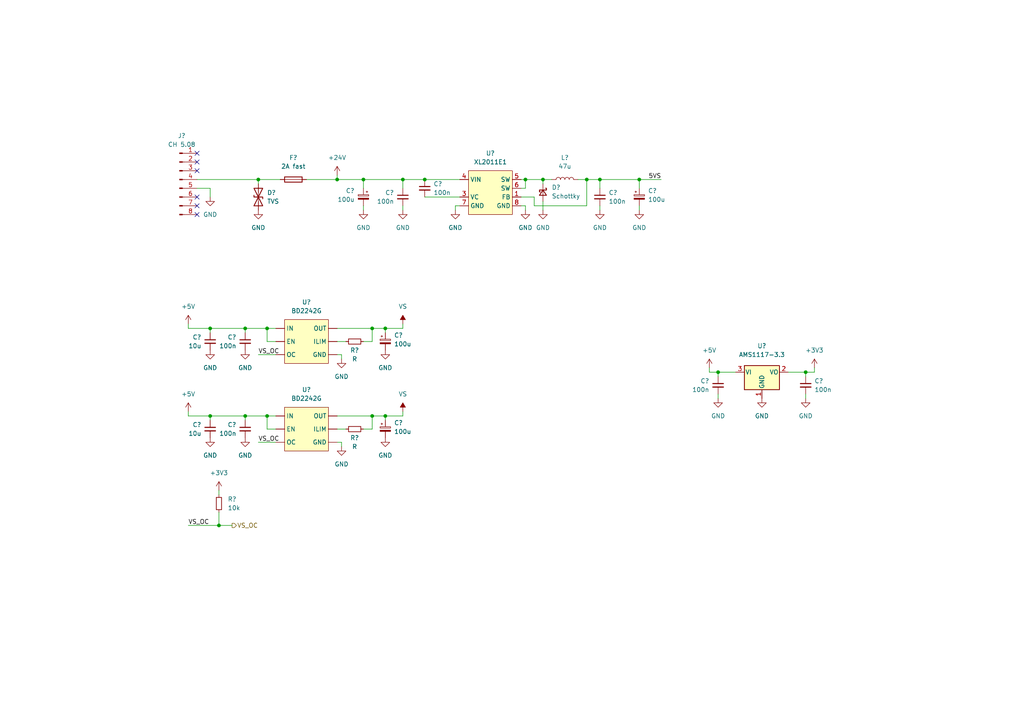
<source format=kicad_sch>
(kicad_sch (version 20211123) (generator eeschema)
  (paper "A4")
  (lib_symbols
    (symbol "Connector:Conn_01x08_Male" (pin_names (offset 1.016) hide)
      (property "Reference" "J" (at 0 10.16 0))
      (property "Value" "Conn_01x08_Male" (at 0 -12.7 0))
      (symbol "Conn_01x08_Male_1_1"
        (polyline (pts (xy 1.27 -10.16) (xy 0.8636 -10.16)) (stroke (width 0.1524)))
        (polyline (pts (xy 1.27 -7.62) (xy 0.8636 -7.62)) (stroke (width 0.1524)))
        (polyline (pts (xy 1.27 -5.08) (xy 0.8636 -5.08)) (stroke (width 0.1524)))
        (polyline (pts (xy 1.27 -2.54) (xy 0.8636 -2.54)) (stroke (width 0.1524)))
        (polyline (pts (xy 1.27 0) (xy 0.8636 0)) (stroke (width 0.1524)))
        (polyline (pts (xy 1.27 2.54) (xy 0.8636 2.54)) (stroke (width 0.1524)))
        (polyline (pts (xy 1.27 5.08) (xy 0.8636 5.08)) (stroke (width 0.1524)))
        (polyline (pts (xy 1.27 7.62) (xy 0.8636 7.62)) (stroke (width 0.1524)))
        (rectangle (start 0.8636 -10.033) (end 0 -10.287) (stroke (width 0.1524)) (fill (type outline)))
        (rectangle (start 0.8636 -7.493) (end 0 -7.747) (stroke (width 0.1524)) (fill (type outline)))
        (rectangle (start 0.8636 -4.953) (end 0 -5.207) (stroke (width 0.1524)) (fill (type outline)))
        (rectangle (start 0.8636 -2.413) (end 0 -2.667) (stroke (width 0.1524)) (fill (type outline)))
        (rectangle (start 0.8636 0.127) (end 0 -0.127) (stroke (width 0.1524)) (fill (type outline)))
        (rectangle (start 0.8636 2.667) (end 0 2.413) (stroke (width 0.1524)) (fill (type outline)))
        (rectangle (start 0.8636 5.207) (end 0 4.953) (stroke (width 0.1524)) (fill (type outline)))
        (rectangle (start 0.8636 7.747) (end 0 7.493) (stroke (width 0.1524)) (fill (type outline)))
        (pin passive line (at 5.08 7.62 180) (length 3.81) (name "Pin_1") (number "1"))
        (pin passive line (at 5.08 5.08 180) (length 3.81) (name "Pin_2") (number "2"))
        (pin passive line (at 5.08 2.54 180) (length 3.81) (name "Pin_3") (number "3"))
        (pin passive line (at 5.08 0 180) (length 3.81) (name "Pin_4") (number "4"))
        (pin passive line (at 5.08 -2.54 180) (length 3.81) (name "Pin_5") (number "5"))
        (pin passive line (at 5.08 -5.08 180) (length 3.81) (name "Pin_6") (number "6"))
        (pin passive line (at 5.08 -7.62 180) (length 3.81) (name "Pin_7") (number "7"))
        (pin passive line (at 5.08 -10.16 180) (length 3.81) (name "Pin_8") (number "8"))
      )
    )
    (symbol "Device:C_Polarized_Small" (pin_numbers hide) (pin_names (offset 0.254) hide)
      (property "Reference" "C" (at 0.254 1.778 0))
      (property "Value" "C_Polarized_Small" (at 0.254 -2.032 0))
      (symbol "C_Polarized_Small_0_1"
        (rectangle (start -1.524 -0.3048) (end 1.524 -0.6858) (fill (type outline)))
        (rectangle (start -1.524 0.6858) (end 1.524 0.3048))
        (polyline (pts (xy -1.27 1.524) (xy -0.762 1.524)))
        (polyline (pts (xy -1.016 1.27) (xy -1.016 1.778)))
      )
      (symbol "C_Polarized_Small_1_1"
        (pin passive line (at 0 2.54 270) (length 1.8542) (name "~") (number "1"))
        (pin passive line (at 0 -2.54 90) (length 1.8542) (name "~") (number "2"))
      )
    )
    (symbol "Device:C_Small" (pin_numbers hide) (pin_names (offset 0.254) hide)
      (property "Reference" "C" (at 0.254 1.778 0))
      (property "Value" "C_Small" (at 0.254 -2.032 0))
      (symbol "C_Small_0_1"
        (polyline (pts (xy -1.524 -0.508) (xy 1.524 -0.508)) (stroke (width 0.3302)))
        (polyline (pts (xy -1.524 0.508) (xy 1.524 0.508)) (stroke (width 0.3048)))
      )
      (symbol "C_Small_1_1"
        (pin passive line (at 0 2.54 270) (length 2.032) (name "~") (number "1"))
        (pin passive line (at 0 -2.54 90) (length 2.032) (name "~") (number "2"))
      )
    )
    (symbol "Device:D_Schottky_Small" (pin_numbers hide) (pin_names (offset 0.254) hide)
      (property "Reference" "D" (at -1.27 2.032 0))
      (property "Value" "D_Schottky_Small" (at -7.112 -2.032 0))
      (symbol "D_Schottky_Small_0_1"
        (polyline (pts (xy -0.762 0) (xy 0.762 0)))
        (polyline (pts (xy 0.762 -1.016) (xy -0.762 0) (xy 0.762 1.016) (xy 0.762 -1.016)) (stroke (width 0.254)))
        (polyline (pts (xy -1.27 0.762) (xy -1.27 1.016) (xy -0.762 1.016) (xy -0.762 -1.016) (xy -0.254 -1.016) (xy -0.254 -0.762)) (stroke (width 0.254)))
      )
      (symbol "D_Schottky_Small_1_1"
        (pin passive line (at -2.54 0 0) (length 1.778) (name "K") (number "1"))
        (pin passive line (at 2.54 0 180) (length 1.778) (name "A") (number "2"))
      )
    )
    (symbol "Device:D_TVS" (pin_numbers hide) (pin_names (offset 1.016) hide)
      (property "Reference" "D" (at 0 2.54 0))
      (property "Value" "D_TVS" (at 0 -2.54 0))
      (symbol "D_TVS_0_1"
        (polyline (pts (xy 1.27 0) (xy -1.27 0)))
        (polyline (pts (xy 0.508 1.27) (xy 0 1.27) (xy 0 -1.27) (xy -0.508 -1.27)) (stroke (width 0.254)))
        (polyline (pts (xy -2.54 1.27) (xy -2.54 -1.27) (xy 2.54 1.27) (xy 2.54 -1.27) (xy -2.54 1.27)) (stroke (width 0.254)))
      )
      (symbol "D_TVS_1_1"
        (pin passive line (at -3.81 0 0) (length 2.54) (name "A1") (number "1"))
        (pin passive line (at 3.81 0 180) (length 2.54) (name "A2") (number "2"))
      )
    )
    (symbol "Device:Fuse" (pin_numbers hide) (pin_names (offset 0))
      (property "Reference" "F" (at 2.032 0 90))
      (property "Value" "Fuse" (at -1.905 0 90))
      (symbol "Fuse_0_1"
        (rectangle (start -0.762 -2.54) (end 0.762 2.54) (stroke (width 0.254)))
        (polyline (pts (xy 0 2.54) (xy 0 -2.54)))
      )
      (symbol "Fuse_1_1"
        (pin passive line (at 0 3.81 270) (length 1.27) (name "~") (number "1"))
        (pin passive line (at 0 -3.81 90) (length 1.27) (name "~") (number "2"))
      )
    )
    (symbol "Device:L" (pin_numbers hide) (pin_names (offset 1.016) hide)
      (property "Reference" "L" (at -1.27 0 90))
      (property "Value" "L" (at 1.905 0 90))
      (symbol "L_0_1"
        (arc (start 0 -2.54) (mid 0.635 -1.905) (end 0 -1.27))
        (arc (start 0 -1.27) (mid 0.635 -0.635) (end 0 0))
        (arc (start 0 0) (mid 0.635 0.635) (end 0 1.27))
        (arc (start 0 1.27) (mid 0.635 1.905) (end 0 2.54))
      )
      (symbol "L_1_1"
        (pin passive line (at 0 3.81 270) (length 1.27) (name "1") (number "1"))
        (pin passive line (at 0 -3.81 90) (length 1.27) (name "2") (number "2"))
      )
    )
    (symbol "Device:R_Small" (pin_numbers hide) (pin_names (offset 0.254) hide)
      (property "Reference" "R" (at 0.762 0.508 0))
      (property "Value" "R_Small" (at 0.762 -1.016 0))
      (symbol "R_Small_0_1"
        (rectangle (start -0.762 1.778) (end 0.762 -1.778) (stroke (width 0.2032)))
      )
      (symbol "R_Small_1_1"
        (pin passive line (at 0 2.54 270) (length 0.762) (name "~") (number "1"))
        (pin passive line (at 0 -2.54 90) (length 0.762) (name "~") (number "2"))
      )
    )
    (symbol "Regulator_Linear:AMS1117-3.3" (pin_names (offset 0.254))
      (property "Reference" "U" (at -3.81 3.175 0))
      (property "Value" "AMS1117-3.3" (at 0 3.175 0))
      (symbol "AMS1117-3.3_0_1"
        (rectangle (start -5.08 -5.08) (end 5.08 1.905) (stroke (width 0.254)) (fill (type background)))
      )
      (symbol "AMS1117-3.3_1_1"
        (pin power_in line (at 0 -7.62 90) (length 2.54) (name "GND") (number "1"))
        (pin power_out line (at 7.62 0 180) (length 2.54) (name "VO") (number "2"))
        (pin power_in line (at -7.62 0 0) (length 2.54) (name "VI") (number "3"))
      )
    )
    (symbol "lib:BD2242G"
      (property "Reference" "U" (at -5.08 6.35 0))
      (property "Value" "BD2242G" (at -5.08 -8.89 0))
      (symbol "BD2242G_0_1"
        (rectangle (start -5.08 5.08) (end 7.62 -7.62) (fill (type background)))
      )
      (symbol "BD2242G_1_1"
        (pin input line (at -7.62 -1.27 0) (length 2.54) (name "EN") (number ""))
        (pin input line (at 10.16 -5.08 180) (length 2.54) (name "GND") (number ""))
        (pin input line (at 10.16 -1.27 180) (length 2.54) (name "ILIM") (number ""))
        (pin input line (at -7.62 2.54 0) (length 2.54) (name "IN") (number ""))
        (pin input line (at -7.62 -5.08 0) (length 2.54) (name "OC") (number ""))
        (pin input line (at 10.16 2.54 180) (length 2.54) (name "OUT") (number ""))
      )
    )
    (symbol "lib:XL2011E1"
      (property "Reference" "U" (at -6.35 6.35 0))
      (property "Value" "XL2011E1" (at -1.27 -8.89 0))
      (symbol "XL2011E1_0_1"
        (rectangle (start -6.35 5.08) (end 6.35 -7.62) (fill (type background)))
      )
      (symbol "XL2011E1_1_1"
        (pin input line (at 8.89 -2.54 180) (length 2.54) (name "FB") (number "1"))
        (pin input line (at -8.89 -2.54 0) (length 2.54) (name "VC") (number "3"))
        (pin input line (at -8.89 2.54 0) (length 2.54) (name "VIN") (number "4"))
        (pin output line (at 8.89 2.54 180) (length 2.54) (name "SW") (number "5"))
        (pin output line (at 8.89 0 180) (length 2.54) (name "SW") (number "6"))
        (pin input line (at -8.89 -5.08 0) (length 2.54) (name "GND") (number "7"))
        (pin input line (at 8.89 -5.08 180) (length 2.54) (name "GND") (number "8"))
      )
    )
    (symbol "power:+24V" (power) (pin_names (offset 0))
      (property "Value" "+24V" (at 0 3.556 0))
      (symbol "+24V_0_1"
        (polyline (pts (xy -0.762 1.27) (xy 0 2.54)))
        (polyline (pts (xy 0 0) (xy 0 2.54)))
        (polyline (pts (xy 0 2.54) (xy 0.762 1.27)))
      )
      (symbol "+24V_1_1"
        (pin power_in line (at 0 0 90) (length 0) hide (name "+24V") (number "1"))
      )
    )
    (symbol "power:+3V3" (power) (pin_names (offset 0))
      (property "Value" "+3V3" (at 0 3.556 0))
      (symbol "+3V3_0_1"
        (polyline (pts (xy -0.762 1.27) (xy 0 2.54)))
        (polyline (pts (xy 0 0) (xy 0 2.54)))
        (polyline (pts (xy 0 2.54) (xy 0.762 1.27)))
      )
      (symbol "+3V3_1_1"
        (pin power_in line (at 0 0 90) (length 0) hide (name "+3V3") (number "1"))
      )
    )
    (symbol "power:+5V" (power) (pin_names (offset 0))
      (property "Value" "+5V" (at 0 3.556 0))
      (symbol "+5V_0_1"
        (polyline (pts (xy -0.762 1.27) (xy 0 2.54)))
        (polyline (pts (xy 0 0) (xy 0 2.54)))
        (polyline (pts (xy 0 2.54) (xy 0.762 1.27)))
      )
      (symbol "+5V_1_1"
        (pin power_in line (at 0 0 90) (length 0) hide (name "+5V") (number "1"))
      )
    )
    (symbol "power:GND" (power) (pin_names (offset 0))
      (property "Value" "GND" (at 0 -3.81 0))
      (symbol "GND_0_1"
        (polyline (pts (xy 0 0) (xy 0 -1.27) (xy 1.27 -1.27) (xy 0 -2.54) (xy -1.27 -1.27) (xy 0 -1.27)))
      )
      (symbol "GND_1_1"
        (pin power_in line (at 0 0 270) (length 0) hide (name "GND") (number "1"))
      )
    )
    (symbol "power:VS" (power) (pin_names (offset 0))
      (property "Value" "VS" (at 0 3.81 0))
      (symbol "VS_0_1"
        (polyline (pts (xy 0 0) (xy 0 2.54)))
        (polyline (pts (xy 0.762 1.27) (xy -0.762 1.27) (xy 0 2.54) (xy 0.762 1.27)) (fill (type outline)))
      )
      (symbol "VS_1_1"
        (pin power_in line (at 0 0 90) (length 0) hide (name "VS") (number "1"))
      )
    )
  )
  (junction (at 152.4 52.07))
  (junction (at 208.28 107.95))
  (junction (at 107.95 120.65))
  (junction (at 77.47 120.65))
  (junction (at 107.95 95.25))
  (junction (at 123.19 52.07))
  (junction (at 157.48 52.07))
  (junction (at 170.18 52.07))
  (junction (at 116.84 52.07))
  (junction (at 71.12 120.65))
  (junction (at 111.76 120.65))
  (junction (at 71.12 95.25))
  (junction (at 173.99 52.07))
  (junction (at 97.79 52.07))
  (junction (at 111.76 95.25))
  (junction (at 233.68 107.95))
  (junction (at 60.96 120.65))
  (junction (at 74.93 52.07))
  (junction (at 185.42 52.07))
  (junction (at 60.96 95.25))
  (junction (at 77.47 95.25))
  (junction (at 105.41 52.07))
  (junction (at 63.5 152.4))
  (no_connect (at 57.15 59.69))
  (no_connect (at 57.15 49.53))
  (no_connect (at 57.15 44.45))
  (no_connect (at 57.15 46.99))
  (no_connect (at 57.15 57.15))
  (no_connect (at 57.15 62.23))
  (wire (pts (xy 123.19 52.07) (xy 133.35 52.07)))
  (wire (pts (xy 151.13 52.07) (xy 152.4 52.07)))
  (wire (pts (xy 77.47 95.25) (xy 77.47 99.06)))
  (wire (pts (xy 60.96 95.25) (xy 60.96 96.52)))
  (wire (pts (xy 77.47 120.65) (xy 77.47 124.46)))
  (wire (pts (xy 205.74 107.95) (xy 208.28 107.95)))
  (wire (pts (xy 71.12 120.65) (xy 71.12 121.92)))
  (wire (pts (xy 77.47 99.06) (xy 80.01 99.06)))
  (wire (pts (xy 208.28 107.95) (xy 213.36 107.95)))
  (wire (pts (xy 157.48 60.96) (xy 157.48 58.42)))
  (wire (pts (xy 74.93 52.07) (xy 81.28 52.07)))
  (wire (pts (xy 185.42 52.07) (xy 191.77 52.07)))
  (wire (pts (xy 105.41 52.07) (xy 105.41 54.61)))
  (wire (pts (xy 116.84 52.07) (xy 116.84 54.61)))
  (wire (pts (xy 185.42 60.96) (xy 185.42 59.69)))
  (wire (pts (xy 151.13 54.61) (xy 152.4 54.61)))
  (wire (pts (xy 74.93 53.34) (xy 74.93 52.07)))
  (wire (pts (xy 205.74 106.68) (xy 205.74 107.95)))
  (wire (pts (xy 111.76 120.65) (xy 107.95 120.65)))
  (wire (pts (xy 60.96 54.61) (xy 60.96 57.15)))
  (wire (pts (xy 97.79 102.87) (xy 99.06 102.87)))
  (wire (pts (xy 132.08 59.69) (xy 133.35 59.69)))
  (wire (pts (xy 57.15 54.61) (xy 60.96 54.61)))
  (wire (pts (xy 170.18 52.07) (xy 173.99 52.07)))
  (wire (pts (xy 154.94 57.15) (xy 154.94 59.69)))
  (wire (pts (xy 152.4 59.69) (xy 151.13 59.69)))
  (wire (pts (xy 228.6 107.95) (xy 233.68 107.95)))
  (wire (pts (xy 123.19 57.15) (xy 133.35 57.15)))
  (wire (pts (xy 173.99 60.96) (xy 173.99 59.69)))
  (wire (pts (xy 88.9 52.07) (xy 97.79 52.07)))
  (wire (pts (xy 152.4 52.07) (xy 157.48 52.07)))
  (wire (pts (xy 157.48 52.07) (xy 160.02 52.07)))
  (wire (pts (xy 97.79 124.46) (xy 100.33 124.46)))
  (wire (pts (xy 111.76 95.25) (xy 107.95 95.25)))
  (wire (pts (xy 132.08 60.96) (xy 132.08 59.69)))
  (wire (pts (xy 233.68 107.95) (xy 233.68 109.22)))
  (wire (pts (xy 63.5 152.4) (xy 67.31 152.4)))
  (wire (pts (xy 60.96 120.65) (xy 71.12 120.65)))
  (wire (pts (xy 99.06 102.87) (xy 99.06 104.14)))
  (wire (pts (xy 77.47 120.65) (xy 80.01 120.65)))
  (wire (pts (xy 63.5 142.24) (xy 63.5 143.51)))
  (wire (pts (xy 236.22 106.68) (xy 236.22 107.95)))
  (wire (pts (xy 105.41 124.46) (xy 107.95 124.46)))
  (wire (pts (xy 60.96 95.25) (xy 71.12 95.25)))
  (wire (pts (xy 236.22 107.95) (xy 233.68 107.95)))
  (wire (pts (xy 107.95 95.25) (xy 107.95 99.06)))
  (wire (pts (xy 105.41 99.06) (xy 107.95 99.06)))
  (wire (pts (xy 233.68 114.3) (xy 233.68 115.57)))
  (wire (pts (xy 54.61 93.98) (xy 54.61 95.25)))
  (wire (pts (xy 185.42 52.07) (xy 185.42 54.61)))
  (wire (pts (xy 54.61 120.65) (xy 60.96 120.65)))
  (wire (pts (xy 116.84 93.98) (xy 116.84 95.25)))
  (wire (pts (xy 170.18 59.69) (xy 170.18 52.07)))
  (wire (pts (xy 107.95 95.25) (xy 97.79 95.25)))
  (wire (pts (xy 71.12 120.65) (xy 77.47 120.65)))
  (wire (pts (xy 77.47 124.46) (xy 80.01 124.46)))
  (wire (pts (xy 54.61 119.38) (xy 54.61 120.65)))
  (wire (pts (xy 170.18 52.07) (xy 167.64 52.07)))
  (wire (pts (xy 107.95 120.65) (xy 97.79 120.65)))
  (wire (pts (xy 97.79 128.27) (xy 99.06 128.27)))
  (wire (pts (xy 151.13 57.15) (xy 154.94 57.15)))
  (wire (pts (xy 57.15 52.07) (xy 74.93 52.07)))
  (wire (pts (xy 157.48 53.34) (xy 157.48 52.07)))
  (wire (pts (xy 152.4 54.61) (xy 152.4 52.07)))
  (wire (pts (xy 152.4 60.96) (xy 152.4 59.69)))
  (wire (pts (xy 60.96 120.65) (xy 60.96 121.92)))
  (wire (pts (xy 154.94 59.69) (xy 170.18 59.69)))
  (wire (pts (xy 111.76 95.25) (xy 111.76 96.52)))
  (wire (pts (xy 74.93 128.27) (xy 80.01 128.27)))
  (wire (pts (xy 173.99 52.07) (xy 173.99 54.61)))
  (wire (pts (xy 71.12 95.25) (xy 77.47 95.25)))
  (wire (pts (xy 116.84 52.07) (xy 123.19 52.07)))
  (wire (pts (xy 116.84 60.96) (xy 116.84 59.69)))
  (wire (pts (xy 63.5 148.59) (xy 63.5 152.4)))
  (wire (pts (xy 111.76 95.25) (xy 116.84 95.25)))
  (wire (pts (xy 97.79 99.06) (xy 100.33 99.06)))
  (wire (pts (xy 71.12 95.25) (xy 71.12 96.52)))
  (wire (pts (xy 54.61 95.25) (xy 60.96 95.25)))
  (wire (pts (xy 97.79 50.8) (xy 97.79 52.07)))
  (wire (pts (xy 107.95 120.65) (xy 107.95 124.46)))
  (wire (pts (xy 74.93 102.87) (xy 80.01 102.87)))
  (wire (pts (xy 116.84 119.38) (xy 116.84 120.65)))
  (wire (pts (xy 105.41 60.96) (xy 105.41 59.69)))
  (wire (pts (xy 208.28 109.22) (xy 208.28 107.95)))
  (wire (pts (xy 105.41 52.07) (xy 116.84 52.07)))
  (wire (pts (xy 99.06 128.27) (xy 99.06 129.54)))
  (wire (pts (xy 111.76 120.65) (xy 111.76 121.92)))
  (wire (pts (xy 111.76 120.65) (xy 116.84 120.65)))
  (wire (pts (xy 77.47 95.25) (xy 80.01 95.25)))
  (wire (pts (xy 54.61 152.4) (xy 63.5 152.4)))
  (wire (pts (xy 208.28 114.3) (xy 208.28 115.57)))
  (wire (pts (xy 97.79 52.07) (xy 105.41 52.07)))
  (wire (pts (xy 173.99 52.07) (xy 185.42 52.07)))
  (label "VS_OC" (at 54.61 152.4 0))
  (label "VS_OC" (at 74.93 128.27 0))
  (label "5VS" (at 191.77 52.07 180))
  (label "VS_OC" (at 74.93 102.87 0))
  (hierarchical_label "VS_OC" (shape output) (at 67.31 152.4 0))
  (symbol (lib_id "power:GND") (at 132.08 60.96 0) (unit 1)
    (property "Reference" "#PWR?" (effects hide))
    (property "Value" "GND" (at 132.08 66.04 0))
  )
  (symbol (lib_id "Device:L") (at 163.83 52.07 90) (unit 1)
    (property "Reference" "L?" (at 163.83 45.72 90))
    (property "Value" "47u" (at 163.83 48.26 90))
  )
  (symbol (lib_id "power:GND") (at 111.76 127 0) (mirror y) (unit 1)
    (property "Reference" "#PWR?" (effects hide))
    (property "Value" "GND" (at 111.76 132.08 0))
  )
  (symbol (lib_id "Device:C_Polarized_Small") (at 105.41 57.15 0) (mirror y) (unit 1)
    (property "Reference" "C?" (at 102.87 55.3338 0) (effects (justify left)))
    (property "Value" "100u" (at 102.87 57.8738 0) (effects (justify left)))
  )
  (symbol (lib_id "power:GND") (at 60.96 101.6 0) (mirror y) (unit 1)
    (property "Reference" "#PWR?" (effects hide))
    (property "Value" "GND" (at 60.96 106.68 0))
  )
  (symbol (lib_id "power:VS") (at 116.84 93.98 0) (unit 1)
    (property "Reference" "#PWR?" (effects hide))
    (property "Value" "VS" (at 116.84 88.9 0))
  )
  (symbol (lib_id "power:+3V3") (at 63.5 142.24 0) (unit 1)
    (property "Reference" "#PWR?" (effects hide))
    (property "Value" "+3V3" (at 63.5 137.16 0))
  )
  (symbol (lib_id "Device:R_Small") (at 102.87 124.46 270) (mirror x) (unit 1)
    (property "Reference" "R?" (at 102.87 127 90))
    (property "Value" "R" (at 102.87 129.54 90))
  )
  (symbol (lib_id "power:GND") (at 60.96 127 0) (mirror y) (unit 1)
    (property "Reference" "#PWR?" (effects hide))
    (property "Value" "GND" (at 60.96 132.08 0))
  )
  (symbol (lib_id "Device:C_Small") (at 71.12 124.46 0) (mirror y) (unit 1)
    (property "Reference" "C?" (at 68.58 123.1962 0) (effects (justify left)))
    (property "Value" "100n" (at 68.58 125.7362 0) (effects (justify left)))
  )
  (symbol (lib_id "power:GND") (at 60.96 57.15 0) (unit 1)
    (property "Reference" "#PWR?" (effects hide))
    (property "Value" "GND" (at 60.96 62.23 0))
  )
  (symbol (lib_id "Device:C_Small") (at 60.96 99.06 0) (mirror y) (unit 1)
    (property "Reference" "C?" (at 58.42 97.7962 0) (effects (justify left)))
    (property "Value" "10u" (at 58.42 100.3362 0) (effects (justify left)))
  )
  (symbol (lib_id "Device:C_Small") (at 116.84 57.15 0) (mirror y) (unit 1)
    (property "Reference" "C?" (at 114.3 55.8862 0) (effects (justify left)))
    (property "Value" "100n" (at 114.3 58.4262 0) (effects (justify left)))
  )
  (symbol (lib_id "power:+3V3") (at 236.22 106.68 0) (unit 1)
    (property "Reference" "#PWR?" (effects hide))
    (property "Value" "+3V3" (at 236.22 101.6 0))
  )
  (symbol (lib_id "Connector:Conn_01x08_Male") (at 52.07 52.07 0) (unit 1)
    (property "Reference" "J?" (at 52.705 39.37 0))
    (property "Value" "CH 5.08" (at 52.705 41.91 0))
  )
  (symbol (lib_id "power:GND") (at 152.4 60.96 0) (unit 1)
    (property "Reference" "#PWR?" (effects hide))
    (property "Value" "GND" (at 152.4 66.04 0))
  )
  (symbol (lib_id "power:GND") (at 99.06 104.14 0) (mirror y) (unit 1)
    (property "Reference" "#PWR?" (effects hide))
    (property "Value" "GND" (at 99.06 109.22 0))
  )
  (symbol (lib_id "Device:C_Small") (at 233.68 111.76 0) (unit 1)
    (property "Reference" "C?" (at 236.22 110.4962 0) (effects (justify left)))
    (property "Value" "100n" (at 236.22 113.0362 0) (effects (justify left)))
  )
  (symbol (lib_id "power:+5V") (at 54.61 119.38 0) (unit 1)
    (property "Reference" "#PWR?" (effects hide))
    (property "Value" "+5V" (at 54.61 114.3 0))
  )
  (symbol (lib_id "power:GND") (at 111.76 101.6 0) (mirror y) (unit 1)
    (property "Reference" "#PWR?" (effects hide))
    (property "Value" "GND" (at 111.76 106.68 0))
  )
  (symbol (lib_id "power:VS") (at 116.84 119.38 0) (unit 1)
    (property "Reference" "#PWR?" (effects hide))
    (property "Value" "VS" (at 116.84 114.3 0))
  )
  (symbol (lib_id "Device:C_Polarized_Small") (at 111.76 124.46 0) (unit 1)
    (property "Reference" "C?" (at 114.3 122.6438 0) (effects (justify left)))
    (property "Value" "100u" (at 114.3 125.1838 0) (effects (justify left)))
  )
  (symbol (lib_id "Device:C_Small") (at 71.12 99.06 0) (mirror y) (unit 1)
    (property "Reference" "C?" (at 68.58 97.7962 0) (effects (justify left)))
    (property "Value" "100n" (at 68.58 100.3362 0) (effects (justify left)))
  )
  (symbol (lib_id "Regulator_Linear:AMS1117-3.3") (at 220.98 107.95 0) (unit 1)
    (property "Reference" "U?" (at 220.98 100.33 0))
    (property "Value" "AMS1117-3.3" (at 220.98 102.87 0))
    (property "Footprint" "Package_TO_SOT_SMD:SOT-223-3_TabPin2" (effects hide))
    (property "Datasheet" "http://www.advanced-monolithic.com/pdf/ds1117.pdf" (effects hide))
  )
  (symbol (lib_id "Device:C_Polarized_Small") (at 185.42 57.15 0) (unit 1)
    (property "Reference" "C?" (at 187.96 55.3338 0) (effects (justify left)))
    (property "Value" "100u" (at 187.96 57.8738 0) (effects (justify left)))
  )
  (symbol (lib_id "power:+5V") (at 205.74 106.68 0) (unit 1)
    (property "Reference" "#PWR?" (effects hide))
    (property "Value" "+5V" (at 205.74 101.6 0))
  )
  (symbol (lib_id "power:GND") (at 71.12 127 0) (mirror y) (unit 1)
    (property "Reference" "#PWR?" (effects hide))
    (property "Value" "GND" (at 71.12 132.08 0))
  )
  (symbol (lib_id "Device:R_Small") (at 102.87 99.06 270) (mirror x) (unit 1)
    (property "Reference" "R?" (at 102.87 101.6 90))
    (property "Value" "R" (at 102.87 104.14 90))
  )
  (symbol (lib_id "Device:D_TVS") (at 74.93 57.15 90) (unit 1)
    (property "Reference" "D?" (at 77.47 55.8799 90) (effects (justify right)))
    (property "Value" "TVS" (at 77.47 58.4199 90) (effects (justify right)))
  )
  (symbol (lib_id "lib:BD2242G") (at 87.63 97.79 0) (unit 1)
    (property "Reference" "U?" (at 88.9 87.63 0))
    (property "Value" "BD2242G" (at 88.9 90.17 0))
  )
  (symbol (lib_id "power:GND") (at 116.84 60.96 0) (mirror y) (unit 1)
    (property "Reference" "#PWR?" (effects hide))
    (property "Value" "GND" (at 116.84 66.04 0))
  )
  (symbol (lib_id "power:GND") (at 220.98 115.57 0) (mirror y) (unit 1)
    (property "Reference" "#PWR?" (effects hide))
    (property "Value" "GND" (at 220.98 120.65 0))
  )
  (symbol (lib_id "power:GND") (at 105.41 60.96 0) (mirror y) (unit 1)
    (property "Reference" "#PWR?" (effects hide))
    (property "Value" "GND" (at 105.41 66.04 0))
  )
  (symbol (lib_id "Device:Fuse") (at 85.09 52.07 90) (unit 1)
    (property "Reference" "F?" (at 85.09 45.72 90))
    (property "Value" "2A fast" (at 85.09 48.26 90))
  )
  (symbol (lib_id "power:GND") (at 185.42 60.96 0) (unit 1)
    (property "Reference" "#PWR?" (effects hide))
    (property "Value" "GND" (at 185.42 66.04 0))
  )
  (symbol (lib_id "Device:C_Small") (at 208.28 111.76 0) (mirror y) (unit 1)
    (property "Reference" "C?" (at 205.74 110.4962 0) (effects (justify left)))
    (property "Value" "100n" (at 205.74 113.0362 0) (effects (justify left)))
  )
  (symbol (lib_id "power:+24V") (at 97.79 50.8 0) (unit 1)
    (property "Reference" "#PWR?" (effects hide))
    (property "Value" "+24V" (at 97.79 45.72 0))
  )
  (symbol (lib_id "lib:XL2011E1") (at 142.24 54.61 0) (unit 1)
    (property "Reference" "U?" (at 142.24 44.45 0))
    (property "Value" "XL2011E1" (at 142.24 46.99 0))
  )
  (symbol (lib_id "power:+5V") (at 54.61 93.98 0) (unit 1)
    (property "Reference" "#PWR?" (effects hide))
    (property "Value" "+5V" (at 54.61 88.9 0))
  )
  (symbol (lib_id "power:GND") (at 157.48 60.96 0) (unit 1)
    (property "Reference" "#PWR?" (effects hide))
    (property "Value" "GND" (at 157.48 66.04 0))
  )
  (symbol (lib_id "lib:BD2242G") (at 87.63 123.19 0) (unit 1)
    (property "Reference" "U?" (at 88.9 113.03 0))
    (property "Value" "BD2242G" (at 88.9 115.57 0))
  )
  (symbol (lib_id "Device:C_Polarized_Small") (at 111.76 99.06 0) (unit 1)
    (property "Reference" "C?" (at 114.3 97.2438 0) (effects (justify left)))
    (property "Value" "100u" (at 114.3 99.7838 0) (effects (justify left)))
  )
  (symbol (lib_id "Device:C_Small") (at 123.19 54.61 0) (unit 1)
    (property "Reference" "C?" (at 125.73 53.3462 0) (effects (justify left)))
    (property "Value" "100n" (at 125.73 55.8862 0) (effects (justify left)))
  )
  (symbol (lib_id "power:GND") (at 173.99 60.96 0) (unit 1)
    (property "Reference" "#PWR?" (effects hide))
    (property "Value" "GND" (at 173.99 66.04 0))
  )
  (symbol (lib_id "power:GND") (at 99.06 129.54 0) (mirror y) (unit 1)
    (property "Reference" "#PWR?" (effects hide))
    (property "Value" "GND" (at 99.06 134.62 0))
  )
  (symbol (lib_id "power:GND") (at 71.12 101.6 0) (mirror y) (unit 1)
    (property "Reference" "#PWR?" (effects hide))
    (property "Value" "GND" (at 71.12 106.68 0))
  )
  (symbol (lib_id "Device:D_Schottky_Small") (at 157.48 55.88 270) (unit 1)
    (property "Reference" "D?" (at 160.02 54.3559 90) (effects (justify left)))
    (property "Value" "Schottky" (at 160.02 56.8959 90) (effects (justify left)))
  )
  (symbol (lib_id "power:GND") (at 208.28 115.57 0) (mirror y) (unit 1)
    (property "Reference" "#PWR?" (effects hide))
    (property "Value" "GND" (at 208.28 120.65 0))
  )
  (symbol (lib_id "Device:C_Small") (at 60.96 124.46 0) (mirror y) (unit 1)
    (property "Reference" "C?" (at 58.42 123.1962 0) (effects (justify left)))
    (property "Value" "10u" (at 58.42 125.7362 0) (effects (justify left)))
  )
  (symbol (lib_id "power:GND") (at 74.93 60.96 0) (mirror y) (unit 1)
    (property "Reference" "#PWR?" (effects hide))
    (property "Value" "GND" (at 74.93 66.04 0))
  )
  (symbol (lib_id "power:GND") (at 233.68 115.57 0) (mirror y) (unit 1)
    (property "Reference" "#PWR?" (effects hide))
    (property "Value" "GND" (at 233.68 120.65 0))
  )
  (symbol (lib_id "Device:C_Small") (at 173.99 57.15 0) (unit 1)
    (property "Reference" "C?" (at 176.53 55.8862 0) (effects (justify left)))
    (property "Value" "100n" (at 176.53 58.4262 0) (effects (justify left)))
  )
  (symbol (lib_id "Device:R_Small") (at 63.5 146.05 0) (unit 1)
    (property "Reference" "R?" (at 66.04 144.7799 0) (effects (justify left)))
    (property "Value" "10k" (at 66.04 147.3199 0) (effects (justify left)))
  )
)
</source>
